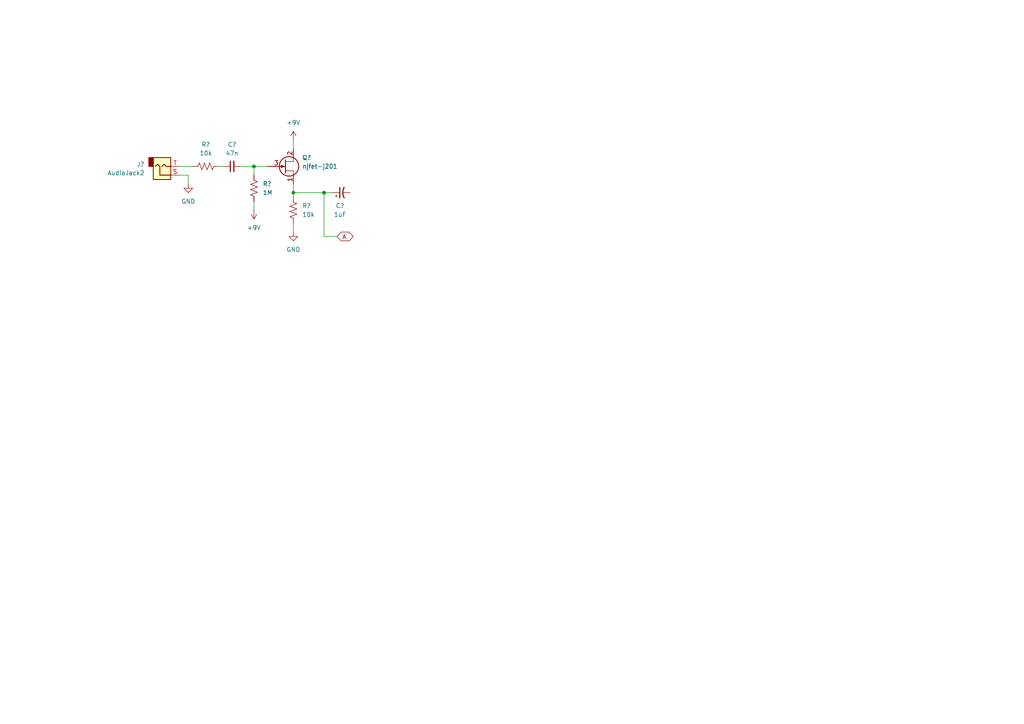
<source format=kicad_sch>
(kicad_sch (version 20211123) (generator eeschema)
  (paper "A4")
  (lib_symbols
    (symbol "00-cool_stuff:+4.5V" (power) (pin_names (offset 0))
      (property "Value" "+4.5V" (at 0 3.556 0))
      (symbol "+4.5V_0_1"
        (polyline (pts (xy -0.762 1.27) (xy 0 2.54)))
        (polyline (pts (xy 0 0) (xy 0 2.54)))
        (polyline (pts (xy 0 2.54) (xy 0.762 1.27)))
      )
      (symbol "+4.5V_1_1"
        (pin power_in line (at 0 0 90) (length 0) hide (name "+9V") (number "1"))
      )
    )
    (symbol "00-cool_stuff:+9V" (power) (pin_names (offset 0))
      (property "Value" "+9V" (at 0 3.556 0))
      (symbol "+9V_0_1"
        (polyline (pts (xy -0.762 1.27) (xy 0 2.54)))
        (polyline (pts (xy 0 0) (xy 0 2.54)))
        (polyline (pts (xy 0 2.54) (xy 0.762 1.27)))
      )
      (symbol "+9V_1_1"
        (pin power_in line (at 0 0 90) (length 0) hide (name "+9V") (number "1"))
      )
    )
    (symbol "00-cool_stuff:0V" (power) (pin_names (offset 0))
      (property "Value" "0V" (at 0 -3.81 0))
      (symbol "0V_0_1"
        (polyline (pts (xy 0 0) (xy 0 -1.27) (xy 1.27 -1.27) (xy 0 -2.54) (xy -1.27 -1.27) (xy 0 -1.27)))
      )
      (symbol "0V_1_1"
        (pin power_in line (at 0 0 270) (length 0) hide (name "GND") (number "1"))
      )
    )
    (symbol "00-cool_stuff:cap_polarized_small" (pin_numbers hide) (pin_names (offset 0.254) hide)
      (property "Reference" "C" (at 0.254 1.778 0))
      (property "Value" "cap_polarized_small" (at 0.254 -2.032 0))
      (symbol "cap_polarized_small_0_1"
        (polyline (pts (xy -1.524 0.508) (xy 1.524 0.508)) (stroke (width 0.3048)))
        (polyline (pts (xy -1.27 1.524) (xy -0.762 1.524)))
        (polyline (pts (xy -1.016 1.27) (xy -1.016 1.778)))
        (arc (start 1.524 -0.762) (mid 0 -0.3734) (end -1.524 -0.762) (stroke (width 0.3048)))
      )
      (symbol "cap_polarized_small_1_1"
        (pin passive line (at 0 2.54 270) (length 2.032) (name "~") (number "1"))
        (pin passive line (at 0 -2.54 90) (length 2.032) (name "~") (number "2"))
      )
    )
    (symbol "00-cool_stuff:cap_small" (pin_numbers hide) (pin_names (offset 0.254) hide)
      (property "Reference" "C" (at -1.27 2.54 0))
      (property "Value" "cap_small" (at -3.81 -2.54 0))
      (symbol "cap_small_0_1"
        (polyline (pts (xy -0.508 -1.524) (xy -0.508 1.524)) (stroke (width 0.3048)))
        (polyline (pts (xy 0.508 -1.524) (xy 0.508 1.524)) (stroke (width 0.3302)))
      )
      (symbol "cap_small_1_1"
        (pin passive line (at -2.54 0 0) (length 2.032) (name "~") (number "1"))
        (pin passive line (at 2.54 0 180) (length 2.032) (name "~") (number "2"))
      )
    )
    (symbol "00-cool_stuff:njfet-j201" (pin_names (offset 0) hide)
      (property "Reference" "Q" (at 5.08 1.27 0))
      (property "Value" "njfet-j201" (at 5.08 -1.27 0))
      (property "Spice_Model" "J201" (at 5.08 1.27 0))
      (symbol "njfet-j201_0_1"
        (polyline (pts (xy 0.254 1.905) (xy 0.254 -1.905) (xy 0.254 -1.905)) (stroke (width 0.254)))
        (polyline (pts (xy 2.54 -2.54) (xy 2.54 -1.27) (xy 0.254 -1.27)))
        (polyline (pts (xy 2.54 2.54) (xy 2.54 1.397) (xy 0.254 1.397)))
        (polyline (pts (xy 0 0) (xy -1.016 0.381) (xy -1.016 -0.381) (xy 0 0)) (fill (type outline)))
        (circle (center 1.27 0) (radius 2.8194) (stroke (width 0.254)))
      )
      (symbol "njfet-j201_1_1"
        (pin passive line (at 2.54 -5.08 90) (length 2.54) (name "S") (number "1"))
        (pin passive line (at 2.54 5.08 270) (length 2.54) (name "D") (number "2"))
        (pin input line (at -5.08 0 0) (length 5.334) (name "G") (number "3"))
      )
    )
    (symbol "00-cool_stuff:resistor" (pin_numbers hide) (pin_names (offset 0))
      (property "Reference" "R" (at -2.54 2.54 0))
      (property "Value" "resistor" (at -2.54 -2.54 0))
      (symbol "resistor_0_1"
        (polyline (pts (xy -4.826 0) (xy -5.08 0)))
        (polyline (pts (xy -0.254 0) (xy 0 0)))
        (polyline (pts (xy -4.826 0) (xy -4.445 1.016) (xy -4.064 0) (xy -3.683 -1.016) (xy -3.302 0)))
        (polyline (pts (xy -3.302 0) (xy -2.921 1.016) (xy -2.54 0) (xy -2.159 -1.016) (xy -1.778 0)))
        (polyline (pts (xy -1.778 0) (xy -1.397 1.016) (xy -1.016 0) (xy -0.635 -1.016) (xy -0.254 0)))
      )
      (symbol "resistor_1_1"
        (pin passive line (at -6.35 0 0) (length 1.27) (name "~") (number "1"))
        (pin passive line (at 1.27 0 180) (length 1.27) (name "~") (number "2"))
      )
    )
    (symbol "Connector:AudioJack2"
      (property "Reference" "J" (at 0 8.89 0))
      (property "Value" "AudioJack2" (at 0 6.35 0))
      (symbol "AudioJack2_0_1"
        (rectangle (start -3.81 0) (end -2.54 -2.54) (stroke (width 0.254)) (fill (type outline)))
        (rectangle (start -2.54 3.81) (end 2.54 -2.54) (stroke (width 0.254)) (fill (type background)))
        (polyline (pts (xy 0 0) (xy 0.635 -0.635) (xy 1.27 0) (xy 2.54 0)) (stroke (width 0.254)))
        (polyline (pts (xy 2.54 2.54) (xy -0.635 2.54) (xy -0.635 0) (xy -1.27 -0.635) (xy -1.905 0)) (stroke (width 0.254)))
      )
      (symbol "AudioJack2_1_1"
        (pin passive line (at 5.08 2.54 180) (length 2.54) (name "~") (number "S"))
        (pin passive line (at 5.08 0 180) (length 2.54) (name "~") (number "T"))
      )
    )
  )
  (junction (at 85.09 55.88))
  (junction (at 93.98 55.88))
  (junction (at 73.66 48.26))
  (wire (pts (xy 73.66 48.26) (xy 77.47 48.26)))
  (wire (pts (xy 97.79 68.58) (xy 93.98 68.58)))
  (wire (pts (xy 54.61 53.34) (xy 54.61 50.8)))
  (wire (pts (xy 85.09 55.88) (xy 93.98 55.88)))
  (wire (pts (xy 85.09 53.34) (xy 85.09 55.88)))
  (wire (pts (xy 63.5 48.26) (xy 64.77 48.26)))
  (wire (pts (xy 93.98 55.88) (xy 96.52 55.88)))
  (wire (pts (xy 73.66 48.26) (xy 69.85 48.26)))
  (wire (pts (xy 54.61 50.8) (xy 52.07 50.8)))
  (wire (pts (xy 85.09 64.77) (xy 85.09 67.31)))
  (wire (pts (xy 85.09 55.88) (xy 85.09 57.15)))
  (wire (pts (xy 93.98 68.58) (xy 93.98 55.88)))
  (wire (pts (xy 73.66 58.42) (xy 73.66 60.96)))
  (wire (pts (xy 52.07 48.26) (xy 55.88 48.26)))
  (wire (pts (xy 85.09 40.64) (xy 85.09 43.18)))
  (wire (pts (xy 73.66 50.8) (xy 73.66 48.26)))
  (global_label "A" (shape bidirectional) (at 97.79 68.58 0) (property "Intersheet References" "${INTERSHEET_REFS}" (effects hide)))
  (symbol (lib_id "00-cool_stuff:+9V") (at 85.09 40.64 0) (unit 1)
    (property "Reference" "#PWR?" (effects hide))
    (property "Value" "+9V" (at 85.09 35.56 0))
  )
  (symbol (lib_id "00-cool_stuff:njfet-j201") (at 82.55 48.26 0) (unit 1)
    (property "Reference" "Q?" (at 87.63 45.7199 0) (effects (justify left)))
    (property "Value" "njfet-j201" (at 87.63 48.2599 0) (effects (justify left)))
    (property "Spice_Primitive" "J" (effects hide))
    (property "Spice_Model" "J201" (at 87.63 50.7999 0) (effects (justify left)))
    (property "Spice_Netlist_Enabled" "Y" (effects hide))
    (property "Spice_Node_Sequence" "2,3,1" (effects hide))
    (property "Spice_Lib_File" "/Users/NatWilliams/projects/nat-kicad/spice/MicroCap-LIBRARY-for-ngspice/On_Semi.lib" (effects hide))
  )
  (symbol (lib_id "00-cool_stuff:resistor") (at 73.66 52.07 90) (unit 1)
    (property "Reference" "R?" (at 76.2 53.3399 90) (effects (justify right)))
    (property "Value" "1M" (at 76.2 55.8799 90) (effects (justify right)))
    (property "Footprint" "00-Mine:resistor-TH-10mm" (effects hide))
  )
  (symbol (lib_id "00-cool_stuff:+4.5V") (at 73.66 60.96 180) (unit 1)
    (property "Reference" "#PWR?" (effects hide))
    (property "Value" "+4.5V" (at 73.66 66.04 0))
  )
  (symbol (lib_id "Connector:AudioJack2") (at 46.99 48.26 0) (mirror x) (unit 1)
    (property "Reference" "J?" (at 41.91 47.6249 0) (effects (justify right)))
    (property "Value" "AudioJack2" (at 41.91 50.1649 0) (effects (justify right)))
  )
  (symbol (lib_id "00-cool_stuff:resistor") (at 62.23 48.26 0) (unit 1)
    (property "Reference" "R?" (at 59.69 41.91 0))
    (property "Value" "10k" (at 59.69 44.45 0))
    (property "Footprint" "00-Mine:resistor-TH-10mm" (effects hide))
  )
  (symbol (lib_id "00-cool_stuff:resistor") (at 85.09 58.42 90) (unit 1)
    (property "Reference" "R?" (at 87.63 59.6899 90) (effects (justify right)))
    (property "Value" "10k" (at 87.63 62.2299 90) (effects (justify right)))
    (property "Footprint" "00-Mine:resistor-TH-10mm" (effects hide))
  )
  (symbol (lib_id "00-cool_stuff:0V") (at 85.09 67.31 0) (unit 1)
    (property "Reference" "#PWR?" (effects hide))
    (property "Value" "0V" (at 85.09 72.39 0))
  )
  (symbol (lib_id "00-cool_stuff:cap_small") (at 67.31 48.26 0) (unit 1)
    (property "Reference" "C?" (at 67.3163 41.91 0))
    (property "Value" "47n" (at 67.3163 44.45 0))
    (property "Footprint" "00-Mine:capacitor-TH-2.54mm_5mm" (effects hide))
  )
  (symbol (lib_id "00-cool_stuff:cap_polarized_small") (at 99.06 55.88 90) (unit 1)
    (property "Reference" "C?" (at 98.6282 59.69 90))
    (property "Value" "1uF" (at 98.6282 62.23 90))
  )
  (symbol (lib_id "00-cool_stuff:0V") (at 54.61 53.34 0) (unit 1)
    (property "Reference" "#PWR?" (effects hide))
    (property "Value" "0V" (at 54.61 58.42 0))
  )
)
</source>
